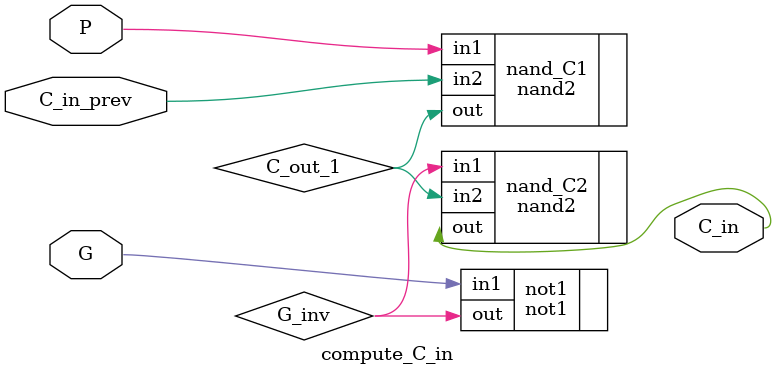
<source format=v>
module compute_C_in(P, G, C_in, C_in_prev);

input P, G, C_in_prev;

output C_in;

wire G_in, C_out_1;

//Logic to get Carry in
//Ci = Gi + Pi * Ci-1
//Ci = NAND(Ginv , NAND(P, C_in_P))
not1 not1(.in1(G), .out(G_inv));
nand2 nand_C1(.in1(P),.in2(C_in_prev),.out(C_out_1));
nand2 nand_C2(.in1(G_inv),.in2(C_out_1),.out(C_in));

endmodule
</source>
